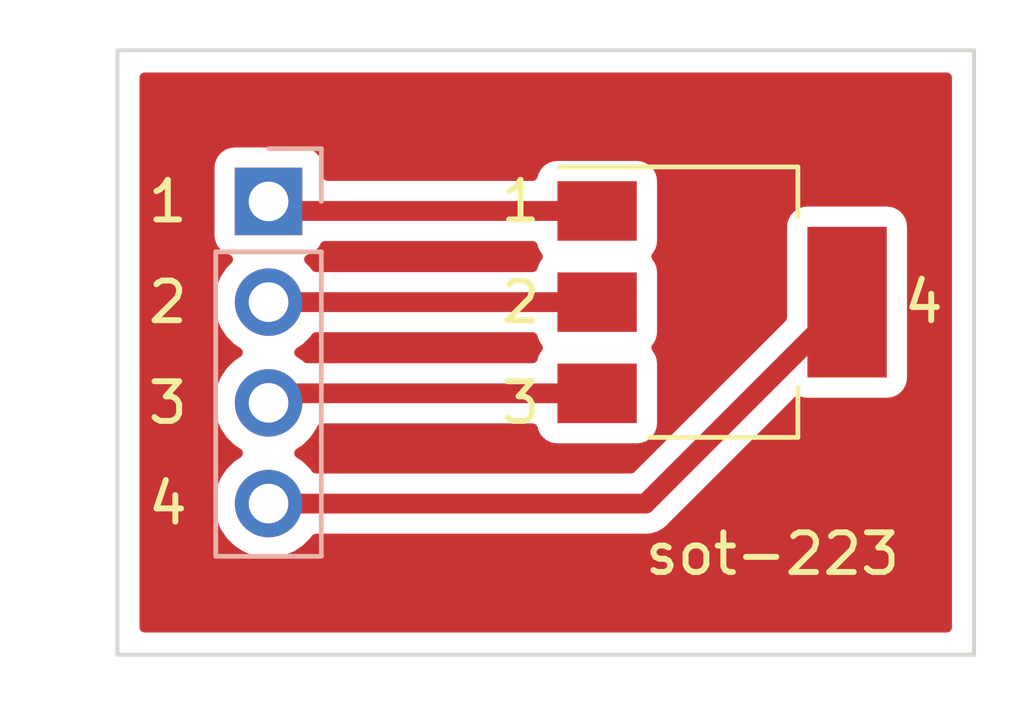
<source format=kicad_pcb>
(kicad_pcb (version 20171130) (host pcbnew 5.1.10-1.fc34)

  (general
    (thickness 1.6)
    (drawings 13)
    (tracks 7)
    (zones 0)
    (modules 2)
    (nets 5)
  )

  (page A4)
  (layers
    (0 F.Cu signal)
    (31 B.Cu signal)
    (32 B.Adhes user)
    (33 F.Adhes user)
    (34 B.Paste user)
    (35 F.Paste user)
    (36 B.SilkS user)
    (37 F.SilkS user)
    (38 B.Mask user)
    (39 F.Mask user)
    (40 Dwgs.User user)
    (41 Cmts.User user)
    (42 Eco1.User user)
    (43 Eco2.User user)
    (44 Edge.Cuts user)
    (45 Margin user)
    (46 B.CrtYd user)
    (47 F.CrtYd user)
    (48 B.Fab user)
    (49 F.Fab user)
  )

  (setup
    (last_trace_width 0.5)
    (trace_clearance 0.5)
    (zone_clearance 0.508)
    (zone_45_only no)
    (trace_min 0.2)
    (via_size 0.8)
    (via_drill 0.4)
    (via_min_size 0.4)
    (via_min_drill 0.3)
    (uvia_size 0.3)
    (uvia_drill 0.1)
    (uvias_allowed no)
    (uvia_min_size 0.2)
    (uvia_min_drill 0.1)
    (edge_width 0.05)
    (segment_width 0.2)
    (pcb_text_width 0.3)
    (pcb_text_size 1.5 1.5)
    (mod_edge_width 0.15)
    (mod_text_size 1 1)
    (mod_text_width 0.15)
    (pad_size 1.524 1.524)
    (pad_drill 0.762)
    (pad_to_mask_clearance 0)
    (aux_axis_origin 0 0)
    (visible_elements FFFFFF7F)
    (pcbplotparams
      (layerselection 0x010fc_ffffffff)
      (usegerberextensions false)
      (usegerberattributes true)
      (usegerberadvancedattributes true)
      (creategerberjobfile true)
      (excludeedgelayer true)
      (linewidth 0.100000)
      (plotframeref false)
      (viasonmask false)
      (mode 1)
      (useauxorigin false)
      (hpglpennumber 1)
      (hpglpenspeed 20)
      (hpglpendiameter 15.000000)
      (psnegative false)
      (psa4output false)
      (plotreference true)
      (plotvalue true)
      (plotinvisibletext false)
      (padsonsilk false)
      (subtractmaskfromsilk false)
      (outputformat 1)
      (mirror false)
      (drillshape 1)
      (scaleselection 1)
      (outputdirectory ""))
  )

  (net 0 "")
  (net 1 "Net-(J1-Pad1)")
  (net 2 "Net-(J1-Pad3)")
  (net 3 "Net-(J1-Pad2)")
  (net 4 "Net-(J1-Pad4)")

  (net_class Default "This is the default net class."
    (clearance 0.5)
    (trace_width 0.5)
    (via_dia 0.8)
    (via_drill 0.4)
    (uvia_dia 0.3)
    (uvia_drill 0.1)
    (add_net "Net-(J1-Pad1)")
    (add_net "Net-(J1-Pad2)")
    (add_net "Net-(J1-Pad3)")
    (add_net "Net-(J1-Pad4)")
  )

  (module Connector_PinHeader_2.54mm:PinHeader_1x04_P2.54mm_Vertical (layer B.Cu) (tedit 59FED5CC) (tstamp 60F73B6B)
    (at 140.97 88.9 180)
    (descr "Through hole straight pin header, 1x04, 2.54mm pitch, single row")
    (tags "Through hole pin header THT 1x04 2.54mm single row")
    (path /60F78F45)
    (fp_text reference J2 (at 0 2.33) (layer B.SilkS) hide
      (effects (font (size 1 1) (thickness 0.15)) (justify mirror))
    )
    (fp_text value Conn_01x04_Male (at 0 -9.95) (layer B.Fab)
      (effects (font (size 1 1) (thickness 0.15)) (justify mirror))
    )
    (fp_line (start 1.8 1.8) (end -1.8 1.8) (layer B.CrtYd) (width 0.05))
    (fp_line (start 1.8 -9.4) (end 1.8 1.8) (layer B.CrtYd) (width 0.05))
    (fp_line (start -1.8 -9.4) (end 1.8 -9.4) (layer B.CrtYd) (width 0.05))
    (fp_line (start -1.8 1.8) (end -1.8 -9.4) (layer B.CrtYd) (width 0.05))
    (fp_line (start -1.33 1.33) (end 0 1.33) (layer B.SilkS) (width 0.12))
    (fp_line (start -1.33 0) (end -1.33 1.33) (layer B.SilkS) (width 0.12))
    (fp_line (start -1.33 -1.27) (end 1.33 -1.27) (layer B.SilkS) (width 0.12))
    (fp_line (start 1.33 -1.27) (end 1.33 -8.95) (layer B.SilkS) (width 0.12))
    (fp_line (start -1.33 -1.27) (end -1.33 -8.95) (layer B.SilkS) (width 0.12))
    (fp_line (start -1.33 -8.95) (end 1.33 -8.95) (layer B.SilkS) (width 0.12))
    (fp_line (start -1.27 0.635) (end -0.635 1.27) (layer B.Fab) (width 0.1))
    (fp_line (start -1.27 -8.89) (end -1.27 0.635) (layer B.Fab) (width 0.1))
    (fp_line (start 1.27 -8.89) (end -1.27 -8.89) (layer B.Fab) (width 0.1))
    (fp_line (start 1.27 1.27) (end 1.27 -8.89) (layer B.Fab) (width 0.1))
    (fp_line (start -0.635 1.27) (end 1.27 1.27) (layer B.Fab) (width 0.1))
    (fp_text user %R (at 0 -3.81 270) (layer B.Fab)
      (effects (font (size 1 1) (thickness 0.15)) (justify mirror))
    )
    (pad 4 thru_hole oval (at 0 -7.62 180) (size 1.7 1.7) (drill 1) (layers *.Cu *.Mask)
      (net 4 "Net-(J1-Pad4)"))
    (pad 3 thru_hole oval (at 0 -5.08 180) (size 1.7 1.7) (drill 1) (layers *.Cu *.Mask)
      (net 2 "Net-(J1-Pad3)"))
    (pad 2 thru_hole oval (at 0 -2.54 180) (size 1.7 1.7) (drill 1) (layers *.Cu *.Mask)
      (net 3 "Net-(J1-Pad2)"))
    (pad 1 thru_hole rect (at 0 0 180) (size 1.7 1.7) (drill 1) (layers *.Cu *.Mask)
      (net 1 "Net-(J1-Pad1)"))
    (model ${KISYS3DMOD}/Connector_PinHeader_2.54mm.3dshapes/PinHeader_1x04_P2.54mm_Vertical.wrl
      (at (xyz 0 0 0))
      (scale (xyz 1 1 1))
      (rotate (xyz 0 0 0))
    )
  )

  (module Package_TO_SOT_SMD:SOT-223 (layer F.Cu) (tedit 5A02FF57) (tstamp 60F73B53)
    (at 152.4 91.44)
    (descr "module CMS SOT223 4 pins")
    (tags "CMS SOT")
    (path /60F75674)
    (attr smd)
    (fp_text reference J1 (at 0 -4.5) (layer F.SilkS) hide
      (effects (font (size 1 1) (thickness 0.15)))
    )
    (fp_text value Conn_01x04 (at 0 4.5) (layer F.Fab)
      (effects (font (size 1 1) (thickness 0.15)))
    )
    (fp_line (start 1.85 -3.35) (end 1.85 3.35) (layer F.Fab) (width 0.1))
    (fp_line (start -1.85 3.35) (end 1.85 3.35) (layer F.Fab) (width 0.1))
    (fp_line (start -4.1 -3.41) (end 1.91 -3.41) (layer F.SilkS) (width 0.12))
    (fp_line (start -0.8 -3.35) (end 1.85 -3.35) (layer F.Fab) (width 0.1))
    (fp_line (start -1.85 3.41) (end 1.91 3.41) (layer F.SilkS) (width 0.12))
    (fp_line (start -1.85 -2.3) (end -1.85 3.35) (layer F.Fab) (width 0.1))
    (fp_line (start -4.4 -3.6) (end -4.4 3.6) (layer F.CrtYd) (width 0.05))
    (fp_line (start -4.4 3.6) (end 4.4 3.6) (layer F.CrtYd) (width 0.05))
    (fp_line (start 4.4 3.6) (end 4.4 -3.6) (layer F.CrtYd) (width 0.05))
    (fp_line (start 4.4 -3.6) (end -4.4 -3.6) (layer F.CrtYd) (width 0.05))
    (fp_line (start 1.91 -3.41) (end 1.91 -2.15) (layer F.SilkS) (width 0.12))
    (fp_line (start 1.91 3.41) (end 1.91 2.15) (layer F.SilkS) (width 0.12))
    (fp_line (start -1.85 -2.3) (end -0.8 -3.35) (layer F.Fab) (width 0.1))
    (fp_text user %R (at 0 0 90) (layer F.Fab)
      (effects (font (size 0.8 0.8) (thickness 0.12)))
    )
    (pad 1 smd rect (at -3.15 -2.3) (size 2 1.5) (layers F.Cu F.Paste F.Mask)
      (net 1 "Net-(J1-Pad1)"))
    (pad 3 smd rect (at -3.15 2.3) (size 2 1.5) (layers F.Cu F.Paste F.Mask)
      (net 2 "Net-(J1-Pad3)"))
    (pad 2 smd rect (at -3.15 0) (size 2 1.5) (layers F.Cu F.Paste F.Mask)
      (net 3 "Net-(J1-Pad2)"))
    (pad 4 smd rect (at 3.15 0) (size 2 3.8) (layers F.Cu F.Paste F.Mask)
      (net 4 "Net-(J1-Pad4)"))
    (model ${KISYS3DMOD}/Package_TO_SOT_SMD.3dshapes/SOT-223.wrl
      (at (xyz 0 0 0))
      (scale (xyz 1 1 1))
      (rotate (xyz 0 0 0))
    )
  )

  (gr_text sot-223 (at 153.67 97.79) (layer F.SilkS)
    (effects (font (size 1 1) (thickness 0.15)))
  )
  (gr_text 4 (at 157.48 91.44) (layer F.SilkS)
    (effects (font (size 1 1) (thickness 0.15)))
  )
  (gr_text 3 (at 147.32 93.98) (layer F.SilkS)
    (effects (font (size 1 1) (thickness 0.15)))
  )
  (gr_text 2 (at 147.32 91.44) (layer F.SilkS)
    (effects (font (size 1 1) (thickness 0.15)))
  )
  (gr_text 1 (at 147.32 88.9) (layer F.SilkS)
    (effects (font (size 1 1) (thickness 0.15)))
  )
  (gr_text 4 (at 138.43 96.52) (layer F.SilkS)
    (effects (font (size 1 1) (thickness 0.15)))
  )
  (gr_text 3 (at 138.43 93.98) (layer F.SilkS)
    (effects (font (size 1 1) (thickness 0.15)))
  )
  (gr_text 2 (at 138.43 91.44) (layer F.SilkS)
    (effects (font (size 1 1) (thickness 0.15)))
  )
  (gr_text 1 (at 138.43 88.9) (layer F.SilkS)
    (effects (font (size 1 1) (thickness 0.15)))
  )
  (gr_line (start 158.75 85.09) (end 158.75 100.33) (layer Edge.Cuts) (width 0.1))
  (gr_line (start 137.16 85.09) (end 158.75 85.09) (layer Edge.Cuts) (width 0.1))
  (gr_line (start 137.16 100.33) (end 137.16 85.09) (layer Edge.Cuts) (width 0.1))
  (gr_line (start 158.75 100.33) (end 137.16 100.33) (layer Edge.Cuts) (width 0.1))

  (segment (start 141.21 89.14) (end 140.97 88.9) (width 0.5) (layer F.Cu) (net 1))
  (segment (start 149.25 89.14) (end 141.21 89.14) (width 0.5) (layer F.Cu) (net 1))
  (segment (start 141.21 93.74) (end 140.97 93.98) (width 0.5) (layer F.Cu) (net 2))
  (segment (start 149.25 93.74) (end 141.21 93.74) (width 0.5) (layer F.Cu) (net 2))
  (segment (start 149.25 91.44) (end 140.97 91.44) (width 0.5) (layer F.Cu) (net 3))
  (segment (start 150.47 96.52) (end 140.97 96.52) (width 0.5) (layer F.Cu) (net 4))
  (segment (start 155.55 91.44) (end 150.47 96.52) (width 0.5) (layer F.Cu) (net 4))

  (zone (net 0) (net_name "") (layer F.Cu) (tstamp 60F80305) (hatch edge 0.508)
    (connect_pads (clearance 0.508))
    (min_thickness 0.254)
    (fill yes (arc_segments 32) (thermal_gap 0.508) (thermal_bridge_width 0.508))
    (polygon
      (pts
        (xy 160.02 101.6) (xy 135.89 101.6) (xy 135.89 83.82) (xy 160.02 83.82)
      )
    )
    (filled_polygon
      (pts
        (xy 158.065001 99.645) (xy 137.845 99.645) (xy 137.845 88.05) (xy 139.481928 88.05) (xy 139.481928 89.75)
        (xy 139.494188 89.874482) (xy 139.530498 89.99418) (xy 139.589463 90.104494) (xy 139.668815 90.201185) (xy 139.765506 90.280537)
        (xy 139.87582 90.339502) (xy 139.94838 90.361513) (xy 139.816525 90.493368) (xy 139.65401 90.736589) (xy 139.542068 91.006842)
        (xy 139.485 91.29374) (xy 139.485 91.58626) (xy 139.542068 91.873158) (xy 139.65401 92.143411) (xy 139.816525 92.386632)
        (xy 140.023368 92.593475) (xy 140.19776 92.71) (xy 140.023368 92.826525) (xy 139.816525 93.033368) (xy 139.65401 93.276589)
        (xy 139.542068 93.546842) (xy 139.485 93.83374) (xy 139.485 94.12626) (xy 139.542068 94.413158) (xy 139.65401 94.683411)
        (xy 139.816525 94.926632) (xy 140.023368 95.133475) (xy 140.19776 95.25) (xy 140.023368 95.366525) (xy 139.816525 95.573368)
        (xy 139.65401 95.816589) (xy 139.542068 96.086842) (xy 139.485 96.37374) (xy 139.485 96.66626) (xy 139.542068 96.953158)
        (xy 139.65401 97.223411) (xy 139.816525 97.466632) (xy 140.023368 97.673475) (xy 140.266589 97.83599) (xy 140.536842 97.947932)
        (xy 140.82374 98.005) (xy 141.11626 98.005) (xy 141.403158 97.947932) (xy 141.673411 97.83599) (xy 141.916632 97.673475)
        (xy 142.123475 97.466632) (xy 142.164656 97.405) (xy 150.426531 97.405) (xy 150.47 97.409281) (xy 150.513469 97.405)
        (xy 150.513477 97.405) (xy 150.64349 97.392195) (xy 150.810313 97.341589) (xy 150.964059 97.259411) (xy 151.098817 97.148817)
        (xy 151.126534 97.115044) (xy 154.31062 93.930958) (xy 154.425518 93.965812) (xy 154.55 93.978072) (xy 156.55 93.978072)
        (xy 156.674482 93.965812) (xy 156.79418 93.929502) (xy 156.904494 93.870537) (xy 157.001185 93.791185) (xy 157.080537 93.694494)
        (xy 157.139502 93.58418) (xy 157.175812 93.464482) (xy 157.188072 93.34) (xy 157.188072 89.54) (xy 157.175812 89.415518)
        (xy 157.139502 89.29582) (xy 157.080537 89.185506) (xy 157.001185 89.088815) (xy 156.904494 89.009463) (xy 156.79418 88.950498)
        (xy 156.674482 88.914188) (xy 156.55 88.901928) (xy 154.55 88.901928) (xy 154.425518 88.914188) (xy 154.30582 88.950498)
        (xy 154.195506 89.009463) (xy 154.098815 89.088815) (xy 154.019463 89.185506) (xy 153.960498 89.29582) (xy 153.924188 89.415518)
        (xy 153.911928 89.54) (xy 153.911928 91.826493) (xy 150.103422 95.635) (xy 142.164656 95.635) (xy 142.123475 95.573368)
        (xy 141.916632 95.366525) (xy 141.74224 95.25) (xy 141.916632 95.133475) (xy 142.123475 94.926632) (xy 142.28599 94.683411)
        (xy 142.310185 94.625) (xy 147.627379 94.625) (xy 147.660498 94.73418) (xy 147.719463 94.844494) (xy 147.798815 94.941185)
        (xy 147.895506 95.020537) (xy 148.00582 95.079502) (xy 148.125518 95.115812) (xy 148.25 95.128072) (xy 150.25 95.128072)
        (xy 150.374482 95.115812) (xy 150.49418 95.079502) (xy 150.604494 95.020537) (xy 150.701185 94.941185) (xy 150.780537 94.844494)
        (xy 150.839502 94.73418) (xy 150.875812 94.614482) (xy 150.888072 94.49) (xy 150.888072 92.99) (xy 150.875812 92.865518)
        (xy 150.839502 92.74582) (xy 150.780537 92.635506) (xy 150.743191 92.59) (xy 150.780537 92.544494) (xy 150.839502 92.43418)
        (xy 150.875812 92.314482) (xy 150.888072 92.19) (xy 150.888072 90.69) (xy 150.875812 90.565518) (xy 150.839502 90.44582)
        (xy 150.780537 90.335506) (xy 150.743191 90.29) (xy 150.780537 90.244494) (xy 150.839502 90.13418) (xy 150.875812 90.014482)
        (xy 150.888072 89.89) (xy 150.888072 88.39) (xy 150.875812 88.265518) (xy 150.839502 88.14582) (xy 150.780537 88.035506)
        (xy 150.701185 87.938815) (xy 150.604494 87.859463) (xy 150.49418 87.800498) (xy 150.374482 87.764188) (xy 150.25 87.751928)
        (xy 148.25 87.751928) (xy 148.125518 87.764188) (xy 148.00582 87.800498) (xy 147.895506 87.859463) (xy 147.798815 87.938815)
        (xy 147.719463 88.035506) (xy 147.660498 88.14582) (xy 147.627379 88.255) (xy 142.458072 88.255) (xy 142.458072 88.05)
        (xy 142.445812 87.925518) (xy 142.409502 87.80582) (xy 142.350537 87.695506) (xy 142.271185 87.598815) (xy 142.174494 87.519463)
        (xy 142.06418 87.460498) (xy 141.944482 87.424188) (xy 141.82 87.411928) (xy 140.12 87.411928) (xy 139.995518 87.424188)
        (xy 139.87582 87.460498) (xy 139.765506 87.519463) (xy 139.668815 87.598815) (xy 139.589463 87.695506) (xy 139.530498 87.80582)
        (xy 139.494188 87.925518) (xy 139.481928 88.05) (xy 137.845 88.05) (xy 137.845 85.775) (xy 158.065 85.775)
      )
    )
    (filled_polygon
      (pts
        (xy 147.660498 92.43418) (xy 147.719463 92.544494) (xy 147.756809 92.59) (xy 147.719463 92.635506) (xy 147.660498 92.74582)
        (xy 147.627379 92.855) (xy 141.945107 92.855) (xy 141.916632 92.826525) (xy 141.74224 92.71) (xy 141.916632 92.593475)
        (xy 142.123475 92.386632) (xy 142.164656 92.325) (xy 147.627379 92.325)
      )
    )
    (filled_polygon
      (pts
        (xy 147.660498 90.13418) (xy 147.719463 90.244494) (xy 147.756809 90.29) (xy 147.719463 90.335506) (xy 147.660498 90.44582)
        (xy 147.627379 90.555) (xy 142.164656 90.555) (xy 142.123475 90.493368) (xy 141.99162 90.361513) (xy 142.06418 90.339502)
        (xy 142.174494 90.280537) (xy 142.271185 90.201185) (xy 142.350537 90.104494) (xy 142.393028 90.025) (xy 147.627379 90.025)
      )
    )
  )
)

</source>
